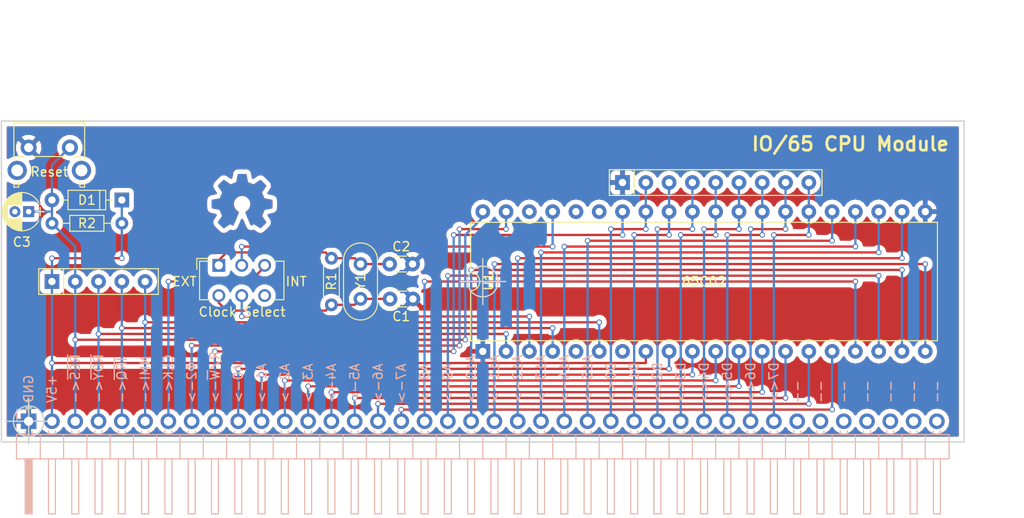
<source format=kicad_pcb>
(kicad_pcb (version 4) (host pcbnew 4.0.7)
  (layers (0 F.Cu signal) (31 B.Cu signal) (34 B.Paste user) (35 F.Paste user) (36 B.SilkS user) (37 F.SilkS user) (38 B.Mask user) (39 F.Mask user) (44 Edge.Cuts user))
  (net 0 "")
  (net 1 GND)
  (net 2 VCC)
  (net 3 R/W)
  (net 4 CLK)
  (net 5 RES)
  (net 6 RDY)
  (net 7 IRQ)
  (net 8 A0)
  (net 9 A1)
  (net 10 A2)
  (net 11 A3)
  (net 12 A4)
  (net 13 A5)
  (net 14 A6)
  (net 15 A7)
  (net 16 A8)
  (net 17 A9)
  (net 18 A10)
  (net 19 A11)
  (net 20 A12)
  (net 21 A13)
  (net 22 A14)
  (net 23 A15)
  (net 24 D0)
  (net 25 D1)
  (net 26 D2)
  (net 27 D3)
  (net 28 D4)
  (net 29 D5)
  (net 30 D6)
  (net 31 D7)
  (net 32 "Net-(C1-Pad2)")
  (net 33 "Net-(C2-Pad1)")
  (net 34 Φ2)
  (net 35 Φ0)
  (net 36 Φ1)
  (net 37 "Net-(SW1-Pad6)")
  (net 38 "Net-(U1-Pad5)")
  (net 39 "Net-(U1-Pad7)")
  (net 40 "Net-(U1-Pad35)")
  (net 41 "Net-(U1-Pad36)")
  (net 42 "Net-(U1-Pad38)")
  (net 43 NMI)
  (net 44 "Net-(J1-Pad34)")
  (net 45 "Net-(J1-Pad35)")
  (net 46 "Net-(J1-Pad36)")
  (net 47 "Net-(J1-Pad37)")
  (net 48 "Net-(J1-Pad38)")
  (net 49 "Net-(J1-Pad39)")
  (net 50 "Net-(J1-Pad40)")
  (module Buttons_Switches_THT:SW_CuK_JS202011CQN_DPDT_Straight (layer F.Cu) (at 131.21 100.735)
    (fp_text reference SW1 hide)
    (fp_text value "Clock Select" (at 2.54 5.08) (layer F.SilkS))
    (pad 1 thru_hole rect (at 0 0) (size 1.4 1.4) (drill 0.9) (layers *.Cu *.Mask) (net 33 "Net-(C2-Pad1)"))
    (pad 2 thru_hole circle (at 2.5 0) (size 1.4 1.4) (drill 0.9) (layers *.Cu *.Mask) (net 35 Φ0))
    (pad 3 thru_hole circle (at 5 0) (size 1.4 1.4) (drill 0.9) (layers *.Cu *.Mask) (net 4 CLK))
    (pad 4 thru_hole circle (at 0 3.3) (size 1.4 1.4) (drill 0.9) (layers *.Cu *.Mask) (net 32 "Net-(C1-Pad2)"))
    (pad 5 thru_hole circle (at 2.5 3.3) (size 1.4 1.4) (drill 0.9) (layers *.Cu *.Mask) (net 36 Φ1))
    (pad 6 thru_hole circle (at 5 3.3) (size 1.4 1.4) (drill 0.9) (layers *.Cu *.Mask) (net 37 "Net-(SW1-Pad6)"))
  )
  (module Symbols:OSHW-Symbol_6.7x6mm_Copper (layer B.Cu) (at 133.75 93.75 180)
    (fp_text reference REF*** hide)
    (fp_text value OSHW-Symbol_6.7x6mm_Copper hide)
    (fp_poly (pts (xy 0.555814 2.531069) (xy 0.639635 2.086445) (xy 0.94892 1.958947) (xy 1.258206 1.831449) (xy 1.629246 2.083754) (xy 1.733157 2.154004) (xy 1.827087 2.216728) (xy 1.906652 2.269062) (xy 1.96747 2.308143) (xy 2.005157 2.331107) (xy 2.015421 2.336058) (xy 2.03391 2.323324) (xy 2.07342 2.288118) (xy 2.129522 2.234938) (xy 2.197787 2.168282) (xy 2.273786 2.092646) (xy 2.353092 2.012528) (xy 2.431275 1.932426) (xy 2.503907 1.856836) (xy 2.566559 1.790255) (xy 2.614803 1.737182) (xy 2.64421 1.702113) (xy 2.651241 1.690377) (xy 2.641123 1.66874) (xy 2.612759 1.621338) (xy 2.569129 1.552807) (xy 2.513218 1.467785) (xy 2.448006 1.370907) (xy 2.410219 1.31565) (xy 2.341343 1.214752) (xy 2.28014 1.123701) (xy 2.229578 1.04703) (xy 2.192628 0.989272) (xy 2.172258 0.954957) (xy 2.169197 0.947746) (xy 2.176136 0.927252) (xy 2.195051 0.879487) (xy 2.223087 0.811168) (xy 2.257391 0.729011) (xy 2.295109 0.63973) (xy 2.333387 0.550042) (xy 2.36937 0.466662) (xy 2.400206 0.396306) (xy 2.423039 0.34569) (xy 2.435017 0.321529) (xy 2.435724 0.320578) (xy 2.454531 0.315964) (xy 2.504618 0.305672) (xy 2.580793 0.290713) (xy 2.677865 0.272099) (xy 2.790643 0.250841) (xy 2.856442 0.238582) (xy 2.97695 0.215638) (xy 3.085797 0.193805) (xy 3.177476 0.174278) (xy 3.246481 0.158252) (xy 3.287304 0.146921) (xy 3.295511 0.143326) (xy 3.303548 0.118994) (xy 3.310033 0.064041) (xy 3.31497 -0.015108) (xy 3.318364 -0.112026) (xy 3.320218 -0.220287) (xy 3.320538 -0.333465) (xy 3.319327 -0.445135) (xy 3.31659 -0.548868) (xy 3.312331 -0.638241) (xy 3.306555 -0.706826) (xy 3.299267 -0.748197) (xy 3.294895 -0.75681) (xy 3.268764 -0.767133) (xy 3.213393 -0.781892) (xy 3.136107 -0.799352) (xy 3.04423 -0.81778) (xy 3.012158 -0.823741) (xy 2.857524 -0.852066) (xy 2.735375 -0.874876) (xy 2.641673 -0.89308) (xy 2.572384 -0.907583) (xy 2.523471 -0.919292) (xy 2.490897 -0.929115) (xy 2.470628 -0.937956) (xy 2.458626 -0.946724) (xy 2.456947 -0.948457) (xy 2.440184 -0.976371) (xy 2.414614 -1.030695) (xy 2.382788 -1.104777) (xy 2.34726 -1.191965) (xy 2.310583 -1.285608) (xy 2.275311 -1.379052) (xy 2.243996 -1.465647) (xy 2.219193 -1.53874) (xy 2.203454 -1.591678) (xy 2.199332 -1.617811) (xy 2.199676 -1.618726) (xy 2.213641 -1.640086) (xy 2.245322 -1.687084) (xy 2.291391 -1.754827) (xy 2.348518 -1.838423) (xy 2.413373 -1.932982) (xy 2.431843 -1.959854) (xy 2.497699 -2.057275) (xy 2.55565 -2.146163) (xy 2.602538 -2.221412) (xy 2.635207 -2.27792) (xy 2.6505 -2.310581) (xy 2.651241 -2.314593) (xy 2.638392 -2.335684) (xy 2.602888 -2.377464) (xy 2.549293 -2.435445) (xy 2.482171 -2.505135) (xy 2.406087 -2.582045) (xy 2.325604 -2.661683) (xy 2.245287 -2.739561) (xy 2.169699 -2.811186) (xy 2.103405 -2.87207) (xy 2.050969 -2.917721) (xy 2.016955 -2.94365) (xy 2.007545 -2.947883) (xy 1.985643 -2.937912) (xy 1.9408 -2.91102) (xy 1.880321 -2.871736) (xy 1.833789 -2.840117) (xy 1.749475 -2.782098) (xy 1.649626 -2.713784) (xy 1.549473 -2.645579) (xy 1.495627 -2.609075) (xy 1.313371 -2.4858) (xy 1.160381 -2.56852) (xy 1.090682 -2.604759) (xy 1.031414 -2.632926) (xy 0.991311 -2.648991) (xy 0.981103 -2.651226) (xy 0.968829 -2.634722) (xy 0.944613 -2.588082) (xy 0.910263 -2.515609) (xy 0.867588 -2.421606) (xy 0.818394 -2.310374) (xy 0.76449 -2.186215) (xy 0.707684 -2.053432) (xy 0.649782 -1.916327) (xy 0.592593 -1.779202) (xy 0.537924 -1.646358) (xy 0.487584 -1.522098) (xy 0.44338 -1.410725) (xy 0.407119 -1.316539) (xy 0.380609 -1.243844) (xy 0.365658 -1.196941) (xy 0.363254 -1.180833) (xy 0.382311 -1.160286) (xy 0.424036 -1.126933) (xy 0.479706 -1.087702) (xy 0.484378 -1.084599) (xy 0.628264 -0.969423) (xy 0.744283 -0.835053) (xy 0.83143 -0.685784) (xy 0.888699 -0.525913) (xy 0.915086 -0.359737) (xy 0.909585 -0.191552) (xy 0.87119 -0.025655) (xy 0.798895 0.133658) (xy 0.777626 0.168513) (xy 0.666996 0.309263) (xy 0.536302 0.422286) (xy 0.390064 0.506997) (xy 0.232808 0.562806) (xy 0.069057 0.589126) (xy -0.096667 0.58537) (xy -0.259838 0.55095) (xy -0.415935 0.485277) (xy -0.560433 0.387765) (xy -0.605131 0.348187) (xy -0.718888 0.224297) (xy -0.801782 0.093876) (xy -0.858644 -0.052315) (xy -0.890313 -0.197088) (xy -0.898131 -0.35986) (xy -0.872062 -0.52344) (xy -0.814755 -0.682298) (xy -0.728856 -0.830906) (xy -0.617014 -0.963735) (xy -0.481877 -1.075256) (xy -0.464117 -1.087011) (xy -0.40785 -1.125508) (xy -0.365077 -1.158863) (xy -0.344628 -1.18016) (xy -0.344331 -1.180833) (xy -0.348721 -1.203871) (xy -0.366124 -1.256157) (xy -0.394732 -1.33339) (xy -0.432735 -1.431268) (xy -0.478326 -1.545491) (xy -0.529697 -1.671758) (xy -0.585038 -1.805767) (xy -0.642542 -1.943218) (xy -0.700399 -2.079808) (xy -0.756802 -2.211237) (xy -0.809942 -2.333205) (xy -0.85801 -2.441409) (xy -0.899199 -2.531549) (xy -0.931699 -2.599323) (xy -0.953703 -2.64043) (xy -0.962564 -2.651226) (xy -0.98964 -2.642819) (xy -1.040303 -2.620272) (xy -1.105817 -2.587613) (xy -1.141841 -2.56852) (xy -1.294832 -2.4858) (xy -1.477088 -2.609075) (xy -1.570125 -2.672228) (xy -1.671985 -2.741727) (xy -1.767438 -2.807165) (xy -1.81525 -2.840117) (xy -1.882495 -2.885273) (xy -1.939436 -2.921057) (xy -1.978646 -2.942938) (xy -1.991381 -2.947563) (xy -2.009917 -2.935085) (xy -2.050941 -2.900252) (xy -2.110475 -2.846678) (xy -2.184542 -2.777983) (xy -2.269165 -2.697781) (xy -2.322685 -2.646286) (xy -2.416319 -2.554286) (xy -2.497241 -2.471999) (xy -2.562177 -2.402945) (xy -2.607858 -2.350644) (xy -2.631011 -2.318616) (xy -2.633232 -2.312116) (xy -2.622924 -2.287394) (xy -2.594439 -2.237405) (xy -2.550937 -2.167212) (xy -2.495577 -2.081875) (xy -2.43152 -1.986456) (xy -2.413303 -1.959854) (xy -2.346927 -1.863167) (xy -2.287378 -1.776117) (xy -2.237984 -1.703595) (xy -2.202075 -1.650493) (xy -2.182981 -1.621703) (xy -2.181136 -1.618726) (xy -2.183895 -1.595782) (xy -2.198538 -1.545336) (xy -2.222513 -1.474041) (xy -2.253266 -1.388547) (xy -2.288244 -1.295507) (xy -2.324893 -1.201574) (xy -2.360661 -1.113399) (xy -2.392994 -1.037634) (xy -2.419338 -0.980931) (xy -2.437142 -0.949943) (xy -2.438407 -0.948457) (xy -2.449294 -0.939601) (xy -2.467682 -0.930843) (xy -2.497606 -0.921277) (xy -2.543103 -0.909996) (xy -2.608209 -0.896093) (xy -2.696961 -0.878663) (xy -2.813393 -0.856798) (xy -2.961542 -0.829591) (xy -2.993618 -0.823741) (xy -3.088686 -0.805374) (xy -3.171565 -0.787405) (xy -3.23493 -0.771569) (xy -3.271458 -0.7596) (xy -3.276356 -0.75681) (xy -3.284427 -0.732072) (xy -3.290987 -0.67679) (xy -3.296033 -0.597389) (xy -3.299559 -0.500296) (xy -3.301561 -0.391938) (xy -3.302036 -0.27874) (xy -3.300977 -0.167128) (xy -3.298382 -0.063529) (xy -3.294246 0.025632) (xy -3.288563 0.093928) (xy -3.281331 0.134934) (xy -3.276971 0.143326) (xy -3.252698 0.151792) (xy -3.197426 0.165565) (xy -3.116662 0.18345) (xy -3.015912 0.204252) (xy -2.900683 0.226777) (xy -2.837902 0.238582) (xy -2.718787 0.260849) (xy -2.612565 0.281021) (xy -2.524427 0.298085) (xy -2.459566 0.311031) (xy -2.423174 0.318845) (xy -2.417184 0.320578) (xy -2.407061 0.34011) (xy -2.385662 0.387157) (xy -2.355839 0.454997) (xy -2.320445 0.536909) (xy -2.282332 0.626172) (xy -2.244353 0.716065) (xy -2.20936 0.799865) (xy -2.180206 0.870853) (xy -2.159743 0.922306) (xy -2.150823 0.947503) (xy -2.150657 0.948604) (xy -2.160769 0.968481) (xy -2.189117 1.014223) (xy -2.232723 1.081283) (xy -2.288606 1.165116) (xy -2.353787 1.261174) (xy -2.391679 1.31635) (xy -2.460725 1.417519) (xy -2.52205 1.50937) (xy -2.572663 1.587256) (xy -2.609571 1.646531) (xy -2.629782 1.682549) (xy -2.632701 1.690623) (xy -2.620153 1.709416) (xy -2.585463 1.749543) (xy -2.533063 1.806507) (xy -2.467384 1.875815) (xy -2.392856 1.952969) (xy -2.313913 2.033475) (xy -2.234983 2.112837) (xy -2.1605 2.18656) (xy -2.094894 2.250148) (xy -2.042596 2.299106) (xy -2.008039 2.328939) (xy -1.996478 2.336058) (xy -1.977654 2.326047) (xy -1.932631 2.297922) (xy -1.865787 2.254546) (xy -1.781499 2.198782) (xy -1.684144 2.133494) (xy -1.610707 2.083754) (xy -1.239667 1.831449) (xy -0.621095 2.086445) (xy -0.537275 2.531069) (xy -0.453454 2.975693) (xy 0.471994 2.975693) (xy 0.555814 2.531069)) (layer B.Cu) (width 0.01))
  )
  (module Symbols:OSHW-Symbol_6.7x6mm_Copper (layer F.Cu) (at 133.75 93.75)
    (fp_text reference REF*** hide)
    (fp_text value OSHW-Symbol_6.7x6mm_Copper hide)
    (fp_poly (pts (xy 0.555814 -2.531069) (xy 0.639635 -2.086445) (xy 0.94892 -1.958947) (xy 1.258206 -1.831449) (xy 1.629246 -2.083754) (xy 1.733157 -2.154004) (xy 1.827087 -2.216728) (xy 1.906652 -2.269062) (xy 1.96747 -2.308143) (xy 2.005157 -2.331107) (xy 2.015421 -2.336058) (xy 2.03391 -2.323324) (xy 2.07342 -2.288118) (xy 2.129522 -2.234938) (xy 2.197787 -2.168282) (xy 2.273786 -2.092646) (xy 2.353092 -2.012528) (xy 2.431275 -1.932426) (xy 2.503907 -1.856836) (xy 2.566559 -1.790255) (xy 2.614803 -1.737182) (xy 2.64421 -1.702113) (xy 2.651241 -1.690377) (xy 2.641123 -1.66874) (xy 2.612759 -1.621338) (xy 2.569129 -1.552807) (xy 2.513218 -1.467785) (xy 2.448006 -1.370907) (xy 2.410219 -1.31565) (xy 2.341343 -1.214752) (xy 2.28014 -1.123701) (xy 2.229578 -1.04703) (xy 2.192628 -0.989272) (xy 2.172258 -0.954957) (xy 2.169197 -0.947746) (xy 2.176136 -0.927252) (xy 2.195051 -0.879487) (xy 2.223087 -0.811168) (xy 2.257391 -0.729011) (xy 2.295109 -0.63973) (xy 2.333387 -0.550042) (xy 2.36937 -0.466662) (xy 2.400206 -0.396306) (xy 2.423039 -0.34569) (xy 2.435017 -0.321529) (xy 2.435724 -0.320578) (xy 2.454531 -0.315964) (xy 2.504618 -0.305672) (xy 2.580793 -0.290713) (xy 2.677865 -0.272099) (xy 2.790643 -0.250841) (xy 2.856442 -0.238582) (xy 2.97695 -0.215638) (xy 3.085797 -0.193805) (xy 3.177476 -0.174278) (xy 3.246481 -0.158252) (xy 3.287304 -0.146921) (xy 3.295511 -0.143326) (xy 3.303548 -0.118994) (xy 3.310033 -0.064041) (xy 3.31497 0.015108) (xy 3.318364 0.112026) (xy 3.320218 0.220287) (xy 3.320538 0.333465) (xy 3.319327 0.445135) (xy 3.31659 0.548868) (xy 3.312331 0.638241) (xy 3.306555 0.706826) (xy 3.299267 0.748197) (xy 3.294895 0.75681) (xy 3.268764 0.767133) (xy 3.213393 0.781892) (xy 3.136107 0.799352) (xy 3.04423 0.81778) (xy 3.012158 0.823741) (xy 2.857524 0.852066) (xy 2.735375 0.874876) (xy 2.641673 0.89308) (xy 2.572384 0.907583) (xy 2.523471 0.919292) (xy 2.490897 0.929115) (xy 2.470628 0.937956) (xy 2.458626 0.946724) (xy 2.456947 0.948457) (xy 2.440184 0.976371) (xy 2.414614 1.030695) (xy 2.382788 1.104777) (xy 2.34726 1.191965) (xy 2.310583 1.285608) (xy 2.275311 1.379052) (xy 2.243996 1.465647) (xy 2.219193 1.53874) (xy 2.203454 1.591678) (xy 2.199332 1.617811) (xy 2.199676 1.618726) (xy 2.213641 1.640086) (xy 2.245322 1.687084) (xy 2.291391 1.754827) (xy 2.348518 1.838423) (xy 2.413373 1.932982) (xy 2.431843 1.959854) (xy 2.497699 2.057275) (xy 2.55565 2.146163) (xy 2.602538 2.221412) (xy 2.635207 2.27792) (xy 2.6505 2.310581) (xy 2.651241 2.314593) (xy 2.638392 2.335684) (xy 2.602888 2.377464) (xy 2.549293 2.435445) (xy 2.482171 2.505135) (xy 2.406087 2.582045) (xy 2.325604 2.661683) (xy 2.245287 2.739561) (xy 2.169699 2.811186) (xy 2.103405 2.87207) (xy 2.050969 2.917721) (xy 2.016955 2.94365) (xy 2.007545 2.947883) (xy 1.985643 2.937912) (xy 1.9408 2.91102) (xy 1.880321 2.871736) (xy 1.833789 2.840117) (xy 1.749475 2.782098) (xy 1.649626 2.713784) (xy 1.549473 2.645579) (xy 1.495627 2.609075) (xy 1.313371 2.4858) (xy 1.160381 2.56852) (xy 1.090682 2.604759) (xy 1.031414 2.632926) (xy 0.991311 2.648991) (xy 0.981103 2.651226) (xy 0.968829 2.634722) (xy 0.944613 2.588082) (xy 0.910263 2.515609) (xy 0.867588 2.421606) (xy 0.818394 2.310374) (xy 0.76449 2.186215) (xy 0.707684 2.053432) (xy 0.649782 1.916327) (xy 0.592593 1.779202) (xy 0.537924 1.646358) (xy 0.487584 1.522098) (xy 0.44338 1.410725) (xy 0.407119 1.316539) (xy 0.380609 1.243844) (xy 0.365658 1.196941) (xy 0.363254 1.180833) (xy 0.382311 1.160286) (xy 0.424036 1.126933) (xy 0.479706 1.087702) (xy 0.484378 1.084599) (xy 0.628264 0.969423) (xy 0.744283 0.835053) (xy 0.83143 0.685784) (xy 0.888699 0.525913) (xy 0.915086 0.359737) (xy 0.909585 0.191552) (xy 0.87119 0.025655) (xy 0.798895 -0.133658) (xy 0.777626 -0.168513) (xy 0.666996 -0.309263) (xy 0.536302 -0.422286) (xy 0.390064 -0.506997) (xy 0.232808 -0.562806) (xy 0.069057 -0.589126) (xy -0.096667 -0.58537) (xy -0.259838 -0.55095) (xy -0.415935 -0.485277) (xy -0.560433 -0.387765) (xy -0.605131 -0.348187) (xy -0.718888 -0.224297) (xy -0.801782 -0.093876) (xy -0.858644 0.052315) (xy -0.890313 0.197088) (xy -0.898131 0.35986) (xy -0.872062 0.52344) (xy -0.814755 0.682298) (xy -0.728856 0.830906) (xy -0.617014 0.963735) (xy -0.481877 1.075256) (xy -0.464117 1.087011) (xy -0.40785 1.125508) (xy -0.365077 1.158863) (xy -0.344628 1.18016) (xy -0.344331 1.180833) (xy -0.348721 1.203871) (xy -0.366124 1.256157) (xy -0.394732 1.33339) (xy -0.432735 1.431268) (xy -0.478326 1.545491) (xy -0.529697 1.671758) (xy -0.585038 1.805767) (xy -0.642542 1.943218) (xy -0.700399 2.079808) (xy -0.756802 2.211237) (xy -0.809942 2.333205) (xy -0.85801 2.441409) (xy -0.899199 2.531549) (xy -0.931699 2.599323) (xy -0.953703 2.64043) (xy -0.962564 2.651226) (xy -0.98964 2.642819) (xy -1.040303 2.620272) (xy -1.105817 2.587613) (xy -1.141841 2.56852) (xy -1.294832 2.4858) (xy -1.477088 2.609075) (xy -1.570125 2.672228) (xy -1.671985 2.741727) (xy -1.767438 2.807165) (xy -1.81525 2.840117) (xy -1.882495 2.885273) (xy -1.939436 2.921057) (xy -1.978646 2.942938) (xy -1.991381 2.947563) (xy -2.009917 2.935085) (xy -2.050941 2.900252) (xy -2.110475 2.846678) (xy -2.184542 2.777983) (xy -2.269165 2.697781) (xy -2.322685 2.646286) (xy -2.416319 2.554286) (xy -2.497241 2.471999) (xy -2.562177 2.402945) (xy -2.607858 2.350644) (xy -2.631011 2.318616) (xy -2.633232 2.312116) (xy -2.622924 2.287394) (xy -2.594439 2.237405) (xy -2.550937 2.167212) (xy -2.495577 2.081875) (xy -2.43152 1.986456) (xy -2.413303 1.959854) (xy -2.346927 1.863167) (xy -2.287378 1.776117) (xy -2.237984 1.703595) (xy -2.202075 1.650493) (xy -2.182981 1.621703) (xy -2.181136 1.618726) (xy -2.183895 1.595782) (xy -2.198538 1.545336) (xy -2.222513 1.474041) (xy -2.253266 1.388547) (xy -2.288244 1.295507) (xy -2.324893 1.201574) (xy -2.360661 1.113399) (xy -2.392994 1.037634) (xy -2.419338 0.980931) (xy -2.437142 0.949943) (xy -2.438407 0.948457) (xy -2.449294 0.939601) (xy -2.467682 0.930843) (xy -2.497606 0.921277) (xy -2.543103 0.909996) (xy -2.608209 0.896093) (xy -2.696961 0.878663) (xy -2.813393 0.856798) (xy -2.961542 0.829591) (xy -2.993618 0.823741) (xy -3.088686 0.805374) (xy -3.171565 0.787405) (xy -3.23493 0.771569) (xy -3.271458 0.7596) (xy -3.276356 0.75681) (xy -3.284427 0.732072) (xy -3.290987 0.67679) (xy -3.296033 0.597389) (xy -3.299559 0.500296) (xy -3.301561 0.391938) (xy -3.302036 0.27874) (xy -3.300977 0.167128) (xy -3.298382 0.063529) (xy -3.294246 -0.025632) (xy -3.288563 -0.093928) (xy -3.281331 -0.134934) (xy -3.276971 -0.143326) (xy -3.252698 -0.151792) (xy -3.197426 -0.165565) (xy -3.116662 -0.18345) (xy -3.015912 -0.204252) (xy -2.900683 -0.226777) (xy -2.837902 -0.238582) (xy -2.718787 -0.260849) (xy -2.612565 -0.281021) (xy -2.524427 -0.298085) (xy -2.459566 -0.311031) (xy -2.423174 -0.318845) (xy -2.417184 -0.320578) (xy -2.407061 -0.34011) (xy -2.385662 -0.387157) (xy -2.355839 -0.454997) (xy -2.320445 -0.536909) (xy -2.282332 -0.626172) (xy -2.244353 -0.716065) (xy -2.20936 -0.799865) (xy -2.180206 -0.870853) (xy -2.159743 -0.922306) (xy -2.150823 -0.947503) (xy -2.150657 -0.948604) (xy -2.160769 -0.968481) (xy -2.189117 -1.014223) (xy -2.232723 -1.081283) (xy -2.288606 -1.165116) (xy -2.353787 -1.261174) (xy -2.391679 -1.31635) (xy -2.460725 -1.417519) (xy -2.52205 -1.50937) (xy -2.572663 -1.587256) (xy -2.609571 -1.646531) (xy -2.629782 -1.682549) (xy -2.632701 -1.690623) (xy -2.620153 -1.709416) (xy -2.585463 -1.749543) (xy -2.533063 -1.806507) (xy -2.467384 -1.875815) (xy -2.392856 -1.952969) (xy -2.313913 -2.033475) (xy -2.234983 -2.112837) (xy -2.1605 -2.18656) (xy -2.094894 -2.250148) (xy -2.042596 -2.299106) (xy -2.008039 -2.328939) (xy -1.996478 -2.336058) (xy -1.977654 -2.326047) (xy -1.932631 -2.297922) (xy -1.865787 -2.254546) (xy -1.781499 -2.198782) (xy -1.684144 -2.133494) (xy -1.610707 -2.083754) (xy -1.239667 -1.831449) (xy -0.621095 -2.086445) (xy -0.537275 -2.531069) (xy -0.453454 -2.975693) (xy 0.471994 -2.975693) (xy 0.555814 -2.531069)) (layer F.Cu) (width 0.01))
  )
  (module Pin_Headers:Pin_Header_Angled_1x40_Pitch2.54mm (layer B.Cu) (at 110.47 117.74 270)
    (fp_text reference J1 hide)
    (fp_text value Header hide)
    (pad 1 thru_hole rect (at 0 0 270) (size 1.7 1.7) (drill 1) (layers *.Cu *.Mask) (net 1 GND))
    (pad 2 thru_hole oval (at 0 -2.54 270) (size 1.7 1.7) (drill 1) (layers *.Cu *.Mask) (net 2 VCC))
    (pad 3 thru_hole oval (at 0 -5.08 270) (size 1.7 1.7) (drill 1) (layers *.Cu *.Mask) (net 5 RES))
    (pad 4 thru_hole oval (at 0 -7.62 270) (size 1.7 1.7) (drill 1) (layers *.Cu *.Mask) (net 6 RDY))
    (pad 5 thru_hole oval (at 0 -10.16 270) (size 1.7 1.7) (drill 1) (layers *.Cu *.Mask) (net 7 IRQ))
    (pad 6 thru_hole oval (at 0 -12.7 270) (size 1.7 1.7) (drill 1) (layers *.Cu *.Mask) (net 43 NMI))
    (pad 7 thru_hole oval (at 0 -15.24 270) (size 1.7 1.7) (drill 1) (layers *.Cu *.Mask) (net 4 CLK))
    (pad 8 thru_hole oval (at 0 -17.78 270) (size 1.7 1.7) (drill 1) (layers *.Cu *.Mask) (net 34 Φ2))
    (pad 9 thru_hole oval (at 0 -20.32 270) (size 1.7 1.7) (drill 1) (layers *.Cu *.Mask) (net 3 R/W))
    (pad 10 thru_hole oval (at 0 -22.86 270) (size 1.7 1.7) (drill 1) (layers *.Cu *.Mask) (net 8 A0))
    (pad 11 thru_hole oval (at 0 -25.4 270) (size 1.7 1.7) (drill 1) (layers *.Cu *.Mask) (net 9 A1))
    (pad 12 thru_hole oval (at 0 -27.94 270) (size 1.7 1.7) (drill 1) (layers *.Cu *.Mask) (net 10 A2))
    (pad 13 thru_hole oval (at 0 -30.48 270) (size 1.7 1.7) (drill 1) (layers *.Cu *.Mask) (net 11 A3))
    (pad 14 thru_hole oval (at 0 -33.02 270) (size 1.7 1.7) (drill 1) (layers *.Cu *.Mask) (net 12 A4))
    (pad 15 thru_hole oval (at 0 -35.56 270) (size 1.7 1.7) (drill 1) (layers *.Cu *.Mask) (net 13 A5))
    (pad 16 thru_hole oval (at 0 -38.1 270) (size 1.7 1.7) (drill 1) (layers *.Cu *.Mask) (net 14 A6))
    (pad 17 thru_hole oval (at 0 -40.64 270) (size 1.7 1.7) (drill 1) (layers *.Cu *.Mask) (net 15 A7))
    (pad 18 thru_hole oval (at 0 -43.18 270) (size 1.7 1.7) (drill 1) (layers *.Cu *.Mask) (net 16 A8))
    (pad 19 thru_hole oval (at 0 -45.72 270) (size 1.7 1.7) (drill 1) (layers *.Cu *.Mask) (net 17 A9))
    (pad 20 thru_hole oval (at 0 -48.26 270) (size 1.7 1.7) (drill 1) (layers *.Cu *.Mask) (net 18 A10))
    (pad 21 thru_hole oval (at 0 -50.8 270) (size 1.7 1.7) (drill 1) (layers *.Cu *.Mask) (net 19 A11))
    (pad 22 thru_hole oval (at 0 -53.34 270) (size 1.7 1.7) (drill 1) (layers *.Cu *.Mask) (net 20 A12))
    (pad 23 thru_hole oval (at 0 -55.88 270) (size 1.7 1.7) (drill 1) (layers *.Cu *.Mask) (net 21 A13))
    (pad 24 thru_hole oval (at 0 -58.42 270) (size 1.7 1.7) (drill 1) (layers *.Cu *.Mask) (net 22 A14))
    (pad 25 thru_hole oval (at 0 -60.96 270) (size 1.7 1.7) (drill 1) (layers *.Cu *.Mask) (net 23 A15))
    (pad 26 thru_hole oval (at 0 -63.5 270) (size 1.7 1.7) (drill 1) (layers *.Cu *.Mask) (net 24 D0))
    (pad 27 thru_hole oval (at 0 -66.04 270) (size 1.7 1.7) (drill 1) (layers *.Cu *.Mask) (net 25 D1))
    (pad 28 thru_hole oval (at 0 -68.58 270) (size 1.7 1.7) (drill 1) (layers *.Cu *.Mask) (net 26 D2))
    (pad 29 thru_hole oval (at 0 -71.12 270) (size 1.7 1.7) (drill 1) (layers *.Cu *.Mask) (net 27 D3))
    (pad 30 thru_hole oval (at 0 -73.66 270) (size 1.7 1.7) (drill 1) (layers *.Cu *.Mask) (net 28 D4))
    (pad 31 thru_hole oval (at 0 -76.2 270) (size 1.7 1.7) (drill 1) (layers *.Cu *.Mask) (net 29 D5))
    (pad 32 thru_hole oval (at 0 -78.74 270) (size 1.7 1.7) (drill 1) (layers *.Cu *.Mask) (net 30 D6))
    (pad 33 thru_hole oval (at 0 -81.28 270) (size 1.7 1.7) (drill 1) (layers *.Cu *.Mask) (net 31 D7))
    (pad 34 thru_hole oval (at 0 -83.82 270) (size 1.7 1.7) (drill 1) (layers *.Cu *.Mask) (net 44 "Net-(J1-Pad34)"))
    (pad 35 thru_hole oval (at 0 -86.36 270) (size 1.7 1.7) (drill 1) (layers *.Cu *.Mask) (net 45 "Net-(J1-Pad35)"))
    (pad 36 thru_hole oval (at 0 -88.9 270) (size 1.7 1.7) (drill 1) (layers *.Cu *.Mask) (net 46 "Net-(J1-Pad36)"))
    (pad 37 thru_hole oval (at 0 -91.44 270) (size 1.7 1.7) (drill 1) (layers *.Cu *.Mask) (net 47 "Net-(J1-Pad37)"))
    (pad 38 thru_hole oval (at 0 -93.98 270) (size 1.7 1.7) (drill 1) (layers *.Cu *.Mask) (net 48 "Net-(J1-Pad38)"))
    (pad 39 thru_hole oval (at 0 -96.52 270) (size 1.7 1.7) (drill 1) (layers *.Cu *.Mask) (net 49 "Net-(J1-Pad39)"))
    (pad 40 thru_hole oval (at 0 -99.06 270) (size 1.7 1.7) (drill 1) (layers *.Cu *.Mask) (net 50 "Net-(J1-Pad40)"))
  )
  (module Resistors_THT:R_Array_SIP5 (layer F.Cu) (at 113.01 102.5)
    (fp_text reference RN1 hide)
    (fp_text value 4k7 hide)
    (pad 1 thru_hole rect (at 0 0) (size 1.6 1.6) (drill 0.8) (layers *.Cu *.Mask) (net 2 VCC))
    (pad 2 thru_hole oval (at 2.54 0) (size 1.6 1.6) (drill 0.8) (layers *.Cu *.Mask) (net 5 RES))
    (pad 3 thru_hole oval (at 5.08 0) (size 1.6 1.6) (drill 0.8) (layers *.Cu *.Mask) (net 6 RDY))
    (pad 4 thru_hole oval (at 7.62 0) (size 1.6 1.6) (drill 0.8) (layers *.Cu *.Mask) (net 7 IRQ))
    (pad 5 thru_hole oval (at 10.16 0) (size 1.6 1.6) (drill 0.8) (layers *.Cu *.Mask) (net 43 NMI))
  )
  (module Resistors_THT:R_Array_SIP9 (layer F.Cu) (at 175.24 91.705)
    (fp_text reference RN2 hide)
    (fp_text value 4k7 hide)
    (pad 1 thru_hole rect (at 0 0) (size 1.6 1.6) (drill 0.8) (layers *.Cu *.Mask) (net 1 GND))
    (pad 2 thru_hole oval (at 2.54 0) (size 1.6 1.6) (drill 0.8) (layers *.Cu *.Mask) (net 24 D0))
    (pad 3 thru_hole oval (at 5.08 0) (size 1.6 1.6) (drill 0.8) (layers *.Cu *.Mask) (net 25 D1))
    (pad 4 thru_hole oval (at 7.62 0) (size 1.6 1.6) (drill 0.8) (layers *.Cu *.Mask) (net 26 D2))
    (pad 5 thru_hole oval (at 10.16 0) (size 1.6 1.6) (drill 0.8) (layers *.Cu *.Mask) (net 27 D3))
    (pad 6 thru_hole oval (at 12.7 0) (size 1.6 1.6) (drill 0.8) (layers *.Cu *.Mask) (net 28 D4))
    (pad 7 thru_hole oval (at 15.24 0) (size 1.6 1.6) (drill 0.8) (layers *.Cu *.Mask) (net 29 D5))
    (pad 8 thru_hole oval (at 17.78 0) (size 1.6 1.6) (drill 0.8) (layers *.Cu *.Mask) (net 30 D6))
    (pad 9 thru_hole oval (at 20.32 0) (size 1.6 1.6) (drill 0.8) (layers *.Cu *.Mask) (net 31 D7))
  )
  (module Buttons_Switches_THT:SW_Tactile_SPST_Angled_PTS645Vx39-2LFS (layer F.Cu) (at 110.47 87.895)
    (fp_text reference SW2 hide)
    (fp_text value Reset (at 2.26 2.645) (layer F.SilkS))
    (pad "" thru_hole circle (at 5.76 2.49) (size 2.1 2.1) (drill 1.3) (layers *.Cu *.Mask))
    (pad 2 thru_hole circle (at 4.5 0) (size 1.75 1.75) (drill 0.99) (layers *.Cu *.Mask) (net 5 RES))
    (pad 1 thru_hole circle (at 0 0) (size 1.75 1.75) (drill 0.99) (layers *.Cu *.Mask) (net 1 GND))
    (pad "" thru_hole circle (at -1.25 2.49) (size 2.1 2.1) (drill 1.3) (layers *.Cu *.Mask))
  )
  (module Housings_DIP:DIP-40_W15.24mm (layer F.Cu) (at 160 110.12 90)
    (fp_text reference U1 (at 7.62 0.635 90) (layer F.SilkS))
    (fp_text value 65C02 (at 7.62 24.13 180) (layer F.SilkS))
    (pad 1 thru_hole rect (at 0 0 90) (size 1.6 1.6) (drill 0.8) (layers *.Cu *.Mask) (net 1 GND))
    (pad 21 thru_hole oval (at 15.24 48.26 90) (size 1.6 1.6) (drill 0.8) (layers *.Cu *.Mask) (net 1 GND))
    (pad 2 thru_hole oval (at 0 2.54 90) (size 1.6 1.6) (drill 0.8) (layers *.Cu *.Mask) (net 6 RDY))
    (pad 22 thru_hole oval (at 15.24 45.72 90) (size 1.6 1.6) (drill 0.8) (layers *.Cu *.Mask) (net 20 A12))
    (pad 3 thru_hole oval (at 0 5.08 90) (size 1.6 1.6) (drill 0.8) (layers *.Cu *.Mask) (net 36 Φ1))
    (pad 23 thru_hole oval (at 15.24 43.18 90) (size 1.6 1.6) (drill 0.8) (layers *.Cu *.Mask) (net 21 A13))
    (pad 4 thru_hole oval (at 0 7.62 90) (size 1.6 1.6) (drill 0.8) (layers *.Cu *.Mask) (net 7 IRQ))
    (pad 24 thru_hole oval (at 15.24 40.64 90) (size 1.6 1.6) (drill 0.8) (layers *.Cu *.Mask) (net 22 A14))
    (pad 5 thru_hole oval (at 0 10.16 90) (size 1.6 1.6) (drill 0.8) (layers *.Cu *.Mask) (net 38 "Net-(U1-Pad5)"))
    (pad 25 thru_hole oval (at 15.24 38.1 90) (size 1.6 1.6) (drill 0.8) (layers *.Cu *.Mask) (net 23 A15))
    (pad 6 thru_hole oval (at 0 12.7 90) (size 1.6 1.6) (drill 0.8) (layers *.Cu *.Mask) (net 43 NMI))
    (pad 26 thru_hole oval (at 15.24 35.56 90) (size 1.6 1.6) (drill 0.8) (layers *.Cu *.Mask) (net 31 D7))
    (pad 7 thru_hole oval (at 0 15.24 90) (size 1.6 1.6) (drill 0.8) (layers *.Cu *.Mask) (net 39 "Net-(U1-Pad7)"))
    (pad 27 thru_hole oval (at 15.24 33.02 90) (size 1.6 1.6) (drill 0.8) (layers *.Cu *.Mask) (net 30 D6))
    (pad 8 thru_hole oval (at 0 17.78 90) (size 1.6 1.6) (drill 0.8) (layers *.Cu *.Mask) (net 2 VCC))
    (pad 28 thru_hole oval (at 15.24 30.48 90) (size 1.6 1.6) (drill 0.8) (layers *.Cu *.Mask) (net 29 D5))
    (pad 9 thru_hole oval (at 0 20.32 90) (size 1.6 1.6) (drill 0.8) (layers *.Cu *.Mask) (net 8 A0))
    (pad 29 thru_hole oval (at 15.24 27.94 90) (size 1.6 1.6) (drill 0.8) (layers *.Cu *.Mask) (net 28 D4))
    (pad 10 thru_hole oval (at 0 22.86 90) (size 1.6 1.6) (drill 0.8) (layers *.Cu *.Mask) (net 9 A1))
    (pad 30 thru_hole oval (at 15.24 25.4 90) (size 1.6 1.6) (drill 0.8) (layers *.Cu *.Mask) (net 27 D3))
    (pad 11 thru_hole oval (at 0 25.4 90) (size 1.6 1.6) (drill 0.8) (layers *.Cu *.Mask) (net 10 A2))
    (pad 31 thru_hole oval (at 15.24 22.86 90) (size 1.6 1.6) (drill 0.8) (layers *.Cu *.Mask) (net 26 D2))
    (pad 12 thru_hole oval (at 0 27.94 90) (size 1.6 1.6) (drill 0.8) (layers *.Cu *.Mask) (net 11 A3))
    (pad 32 thru_hole oval (at 15.24 20.32 90) (size 1.6 1.6) (drill 0.8) (layers *.Cu *.Mask) (net 25 D1))
    (pad 13 thru_hole oval (at 0 30.48 90) (size 1.6 1.6) (drill 0.8) (layers *.Cu *.Mask) (net 12 A4))
    (pad 33 thru_hole oval (at 15.24 17.78 90) (size 1.6 1.6) (drill 0.8) (layers *.Cu *.Mask) (net 24 D0))
    (pad 14 thru_hole oval (at 0 33.02 90) (size 1.6 1.6) (drill 0.8) (layers *.Cu *.Mask) (net 13 A5))
    (pad 34 thru_hole oval (at 15.24 15.24 90) (size 1.6 1.6) (drill 0.8) (layers *.Cu *.Mask) (net 3 R/W))
    (pad 15 thru_hole oval (at 0 35.56 90) (size 1.6 1.6) (drill 0.8) (layers *.Cu *.Mask) (net 14 A6))
    (pad 35 thru_hole oval (at 15.24 12.7 90) (size 1.6 1.6) (drill 0.8) (layers *.Cu *.Mask) (net 40 "Net-(U1-Pad35)"))
    (pad 16 thru_hole oval (at 0 38.1 90) (size 1.6 1.6) (drill 0.8) (layers *.Cu *.Mask) (net 15 A7))
    (pad 36 thru_hole oval (at 15.24 10.16 90) (size 1.6 1.6) (drill 0.8) (layers *.Cu *.Mask) (net 41 "Net-(U1-Pad36)"))
    (pad 17 thru_hole oval (at 0 40.64 90) (size 1.6 1.6) (drill 0.8) (layers *.Cu *.Mask) (net 16 A8))
    (pad 37 thru_hole oval (at 15.24 7.62 90) (size 1.6 1.6) (drill 0.8) (layers *.Cu *.Mask) (net 35 Φ0))
    (pad 18 thru_hole oval (at 0 43.18 90) (size 1.6 1.6) (drill 0.8) (layers *.Cu *.Mask) (net 17 A9))
    (pad 38 thru_hole oval (at 15.24 5.08 90) (size 1.6 1.6) (drill 0.8) (layers *.Cu *.Mask) (net 42 "Net-(U1-Pad38)"))
    (pad 19 thru_hole oval (at 0 45.72 90) (size 1.6 1.6) (drill 0.8) (layers *.Cu *.Mask) (net 18 A10))
    (pad 39 thru_hole oval (at 15.24 2.54 90) (size 1.6 1.6) (drill 0.8) (layers *.Cu *.Mask) (net 34 Φ2))
    (pad 20 thru_hole oval (at 0 48.26 90) (size 1.6 1.6) (drill 0.8) (layers *.Cu *.Mask) (net 19 A11))
    (pad 40 thru_hole oval (at 15.24 0 90) (size 1.6 1.6) (drill 0.8) (layers *.Cu *.Mask) (net 5 RES))
  )
  (module Crystals:Crystal_HC52-6mm_Vertical (layer F.Cu) (at 146.665 100.595 270)
    (fp_text reference Y1 (at 1.905 0 270) (layer F.SilkS))
    (fp_text value 1MHz hide)
    (pad 1 thru_hole circle (at 0 0 270) (size 1.5 1.5) (drill 0.8) (layers *.Cu *.Mask) (net 33 "Net-(C2-Pad1)"))
    (pad 2 thru_hole circle (at 3.8 0 270) (size 1.5 1.5) (drill 0.8) (layers *.Cu *.Mask) (net 32 "Net-(C1-Pad2)"))
  )
  (module Capacitors_THT:C_Disc_D3.0mm_W1.6mm_P2.50mm (layer F.Cu) (at 152.38 104.405 180)
    (fp_text reference C1 (at 1.27 -1.905 180) (layer F.SilkS))
    (fp_text value 47pF)
    (pad 1 thru_hole circle (at 0 0 180) (size 1.6 1.6) (drill 0.8) (layers *.Cu *.Mask) (net 1 GND))
    (pad 2 thru_hole circle (at 2.5 0 180) (size 1.6 1.6) (drill 0.8) (layers *.Cu *.Mask) (net 32 "Net-(C1-Pad2)"))
  )
  (module Capacitors_THT:C_Disc_D3.0mm_W1.6mm_P2.50mm (layer F.Cu) (at 149.84 100.595)
    (fp_text reference C2 (at 1.27 -1.905) (layer F.SilkS))
    (fp_text value 47pF)
    (pad 1 thru_hole circle (at 0 0) (size 1.6 1.6) (drill 0.8) (layers *.Cu *.Mask) (net 33 "Net-(C2-Pad1)"))
    (pad 2 thru_hole circle (at 2.5 0) (size 1.6 1.6) (drill 0.8) (layers *.Cu *.Mask) (net 1 GND))
  )
  (module Capacitors_THT:CP_Radial_D4.0mm_P1.50mm (layer F.Cu) (at 110.47 94.88 180)
    (fp_text reference C3 (at 0.75 -3.31 180) (layer F.SilkS))
    (fp_text value 10μF)
    (pad 1 thru_hole rect (at 0 0 180) (size 1.2 1.2) (drill 0.6) (layers *.Cu *.Mask) (net 5 RES))
    (pad 2 thru_hole circle (at 1.5 0 180) (size 1.2 1.2) (drill 0.6) (layers *.Cu *.Mask) (net 1 GND))
  )
  (module Diodes_THT:D_DO-35_SOD27_P7.62mm_Horizontal (layer F.Cu) (at 120.63 93.61 180)
    (fp_text reference D1 (at 3.81 0 180) (layer F.SilkS))
    (fp_text value 1N4148)
    (pad 1 thru_hole rect (at 0 0 180) (size 1.6 1.6) (drill 0.8) (layers *.Cu *.Mask) (net 2 VCC))
    (pad 2 thru_hole oval (at 7.62 0 180) (size 1.6 1.6) (drill 0.8) (layers *.Cu *.Mask) (net 5 RES))
  )
  (module Resistors_THT:R_Axial_DIN0204_L3.6mm_D1.6mm_P5.08mm_Horizontal (layer F.Cu) (at 143.49 105.04 90)
    (fp_text reference R1 (at 2.54 0 90) (layer F.SilkS))
    (fp_text value 100k)
    (pad 1 thru_hole circle (at 0 0 90) (size 1.4 1.4) (drill 0.7) (layers *.Cu *.Mask) (net 32 "Net-(C1-Pad2)"))
    (pad 2 thru_hole oval (at 5.08 0 90) (size 1.4 1.4) (drill 0.7) (layers *.Cu *.Mask) (net 33 "Net-(C2-Pad1)"))
  )
  (module Resistors_THT:R_Axial_DIN0204_L3.6mm_D1.6mm_P7.62mm_Horizontal (layer F.Cu) (at 120.63 96.15 180)
    (fp_text reference R2 (at 3.81 0 180) (layer F.SilkS))
    (fp_text value 4k7)
    (pad 1 thru_hole circle (at 0 0 180) (size 1.4 1.4) (drill 0.7) (layers *.Cu *.Mask) (net 2 VCC))
    (pad 2 thru_hole oval (at 7.62 0 180) (size 1.4 1.4) (drill 0.7) (layers *.Cu *.Mask) (net 5 RES))
  )
  (gr_text A14-> (at 168.89 115.835 90) (layer B.SilkS) (effects (font (size 1 1)) (justify right mirror)))
  (gr_line (start 107.5 120) (end 107.5 85) (angle 90) (layer Edge.Cuts) (width 0.15))
  (gr_line (start 212.5 120) (end 107.5 120) (angle 90) (layer Edge.Cuts) (width 0.15))
  (gr_line (start 212.5 85) (end 212.5 120) (angle 90) (layer Edge.Cuts) (width 0.15))
  (gr_line (start 107.5 85) (end 212.5 85) (angle 90) (layer Edge.Cuts) (width 0.15))
  (gr_text INT (at 138.41 102.5) (layer F.SilkS) (effects (font (size 1 1)) (justify left)))
  (gr_text EXT (at 128.885 102.5) (layer F.SilkS) (effects (font (size 1 1)) (justify right)))
  (target plus (at 160 102.5) (size 5) (width 0.15) (layer Edge.Cuts))
  (target plus (at 110.47 117.74) (size 5) (width 0.15) (layer Edge.Cuts))
  (gr_text 1 (at 110.47 115.835) (layer F.SilkS) (effects (font (size 1 1))))
  (gr_text -- (at 209.53 115.835 90) (layer B.SilkS) (effects (font (size 1 1)) (justify right mirror)))
  (gr_text -- (at 206.99 115.835 90) (layer B.SilkS) (effects (font (size 1 1)) (justify right mirror)))
  (gr_text -- (at 204.45 115.835 90) (layer B.SilkS) (effects (font (size 1 1)) (justify right mirror)))
  (gr_text -- (at 201.91 115.835 90) (layer B.SilkS) (effects (font (size 1 1)) (justify right mirror)))
  (gr_text -- (at 199.37 115.835 90) (layer B.SilkS) (effects (font (size 1 1)) (justify right mirror)))
  (gr_text -- (at 194.29 115.835 90) (layer B.SilkS) (effects (font (size 1 1)) (justify right mirror)))
  (gr_text -- (at 196.83 115.835 90) (layer B.SilkS) (effects (font (size 1 1)) (justify right mirror)))
  (gr_text "IO/65 CPU Module" (at 211 87.5) (layer F.SilkS) (effects (font (size 1.5 1.5) (thickness 0.3)) (justify right)))
  (gr_text R/~W~-> (at 130.79 115.835 90) (layer B.SilkS) (effects (font (size 1 1)) (justify right mirror)))
  (gr_text ~IRQ~<- (at 120.63 115.835 90) (layer B.SilkS) (effects (font (size 1 1)) (justify right mirror)))
  (gr_text ~RDY~<- (at 118.09 115.835 90) (layer B.SilkS) (effects (font (size 1 1)) (justify right mirror)))
  (gr_text ~RES~<- (at 115.55 115.835 90) (layer B.SilkS) (effects (font (size 1 1)) (justify right mirror)))
  (gr_text NMI<- (at 123.17 115.835 90) (layer B.SilkS) (effects (font (size 1 1)) (justify right mirror)))
  (gr_text CLK<- (at 125.71 115.835 90) (layer B.SilkS) (effects (font (size 1 1)) (justify right mirror)))
  (gr_text Φ2-> (at 128.25 115.835 90) (layer B.SilkS) (effects (font (size 1 1)) (justify right mirror)))
  (gr_text +5V (at 113.01 115.835 90) (layer B.SilkS) (effects (font (size 1 1)) (justify right mirror)))
  (gr_text GND (at 110.47 115.835 90) (layer B.SilkS) (effects (font (size 1 1)) (justify right mirror)))
  (gr_text A0-> (at 133.33 115.835 90) (layer B.SilkS) (effects (font (size 1 1)) (justify right mirror)))
  (gr_text A1-> (at 135.87 115.835 90) (layer B.SilkS) (effects (font (size 1 1)) (justify right mirror)))
  (gr_text A2-> (at 138.41 115.835 90) (layer B.SilkS) (effects (font (size 1 1)) (justify right mirror)))
  (gr_text A3-> (at 140.95 115.835 90) (layer B.SilkS) (effects (font (size 1 1)) (justify right mirror)))
  (gr_text A4-> (at 143.49 115.835 90) (layer B.SilkS) (effects (font (size 1 1)) (justify right mirror)))
  (gr_text A5-> (at 146.03 115.835 90) (layer B.SilkS) (effects (font (size 1 1)) (justify right mirror)))
  (gr_text A6-> (at 148.57 115.835 90) (layer B.SilkS) (effects (font (size 1 1)) (justify right mirror)))
  (gr_text A7-> (at 151.11 115.835 90) (layer B.SilkS) (effects (font (size 1 1)) (justify right mirror)))
  (gr_text A8-> (at 153.65 115.835 90) (layer B.SilkS) (effects (font (size 1 1)) (justify right mirror)))
  (gr_text A9-> (at 156.19 115.835 90) (layer B.SilkS) (effects (font (size 1 1)) (justify right mirror)))
  (gr_text A10-> (at 158.73 115.835 90) (layer B.SilkS) (effects (font (size 1 1)) (justify right mirror)))
  (gr_text A11-> (at 161.27 115.835 90) (layer B.SilkS) (effects (font (size 1 1)) (justify right mirror)))
  (gr_text A12-> (at 163.81 115.835 90) (layer B.SilkS) (effects (font (size 1 1)) (justify right mirror)))
  (gr_text A13-> (at 166.35 115.835 90) (layer B.SilkS) (effects (font (size 1 1)) (justify right mirror)))
  (gr_text A15-> (at 171.43 115.835 90) (layer B.SilkS) (effects (font (size 1 1)) (justify right mirror)))
  (gr_text D0<> (at 173.97 115.835 90) (layer B.SilkS) (effects (font (size 1 1)) (justify right mirror)))
  (gr_text D1<> (at 176.51 115.835 90) (layer B.SilkS) (effects (font (size 1 1)) (justify right mirror)))
  (gr_text D2<> (at 179.05 115.835 90) (layer B.SilkS) (effects (font (size 1 1)) (justify right mirror)))
  (gr_text D3<> (at 181.59 115.835 90) (layer B.SilkS) (effects (font (size 1 1)) (justify right mirror)))
  (gr_text D4<> (at 184.13 115.835 90) (layer B.SilkS) (effects (font (size 1 1)) (justify right mirror)))
  (gr_text D5<> (at 186.67 115.835 90) (layer B.SilkS) (effects (font (size 1 1)) (justify right mirror)))
  (gr_text D6<> (at 189.21 115.835 90) (layer B.SilkS) (effects (font (size 1 1)) (justify right mirror)))
  (gr_text D7<> (at 191.75 115.835 90) (layer B.SilkS) (effects (font (size 1 1)) (justify right mirror)))
  (segment (start 177.78 110.12) (end 177.78 111.39) (width 0.25) (layer F.Cu) (net 2))
  (via (at 113.01 111.39) (size 0.6) (drill 0.4) (layers F.Cu B.Cu) (net 2))
  (segment (start 177.78 111.39) (end 113.01 111.39) (width 0.25) (layer F.Cu) (net 2))
  (segment (start 120.63 93.61) (end 120.63 96.15) (width 0.25) (layer B.Cu) (net 2))
  (segment (start 113.01 102.5) (end 113.01 99.96) (width 0.25) (layer B.Cu) (net 2))
  (segment (start 120.63 99.96) (end 120.63 96.15) (width 0.25) (layer B.Cu) (net 2))
  (via (at 120.63 99.96) (size 0.6) (drill 0.4) (layers F.Cu B.Cu) (net 2))
  (segment (start 113.01 99.96) (end 120.63 99.96) (width 0.25) (layer F.Cu) (net 2))
  (via (at 113.01 99.96) (size 0.6) (drill 0.4) (layers F.Cu B.Cu) (net 2))
  (segment (start 113.01 117.74) (end 113.01 112.025) (width 0.25) (layer B.Cu) (net 2))
  (segment (start 113.01 112.025) (end 113.01 111.39) (width 0.25) (layer B.Cu) (net 2))
  (segment (start 113.01 111.39) (end 113.01 102.5) (width 0.25) (layer B.Cu) (net 2))
  (segment (start 175.24 94.88) (end 175.24 96.15) (width 0.25) (layer B.Cu) (net 3))
  (via (at 130.79 110.12) (size 0.6) (drill 0.4) (layers F.Cu B.Cu) (net 3))
  (segment (start 130.79 110.12) (end 156.825 110.12) (width 0.25) (layer F.Cu) (net 3))
  (via (at 156.825 110.12) (size 0.6) (drill 0.4) (layers F.Cu B.Cu) (net 3))
  (segment (start 156.825 110.12) (end 156.825 97.42) (width 0.25) (layer B.Cu) (net 3))
  (via (at 156.825 97.42) (size 0.6) (drill 0.4) (layers F.Cu B.Cu) (net 3))
  (segment (start 156.825 97.42) (end 175.24 97.42) (width 0.25) (layer F.Cu) (net 3))
  (via (at 175.24 97.42) (size 0.6) (drill 0.4) (layers F.Cu B.Cu) (net 3))
  (segment (start 175.24 97.42) (end 175.24 96.15) (width 0.25) (layer B.Cu) (net 3))
  (segment (start 130.79 110.12) (end 130.79 117.74) (width 0.25) (layer B.Cu) (net 3))
  (segment (start 125.71 117.74) (end 125.71 102.5) (width 0.25) (layer B.Cu) (net 4))
  (segment (start 134.6 102.5) (end 136.21 100.89) (width 0.25) (layer F.Cu) (net 4))
  (segment (start 125.71 102.5) (end 134.6 102.5) (width 0.25) (layer F.Cu) (net 4))
  (via (at 125.71 102.5) (size 0.6) (drill 0.4) (layers F.Cu B.Cu) (net 4))
  (segment (start 136.21 100.89) (end 136.21 100.735) (width 0.25) (layer F.Cu) (net 4))
  (segment (start 115.55 102.5) (end 115.55 98.69) (width 0.25) (layer B.Cu) (net 5))
  (segment (start 115.55 98.69) (end 113.01 96.15) (width 0.25) (layer B.Cu) (net 5))
  (segment (start 110.47 94.88) (end 113.01 94.88) (width 0.25) (layer B.Cu) (net 5))
  (segment (start 114.97 87.895) (end 114.915 87.895) (width 0.25) (layer B.Cu) (net 5))
  (segment (start 114.915 87.895) (end 113.01 89.8) (width 0.25) (layer B.Cu) (net 5))
  (segment (start 113.01 89.8) (end 113.01 94.88) (width 0.25) (layer B.Cu) (net 5))
  (segment (start 113.01 94.88) (end 113.01 96.15) (width 0.25) (layer B.Cu) (net 5))
  (segment (start 160 94.88) (end 160 95.515) (width 0.25) (layer B.Cu) (net 5))
  (segment (start 160 95.515) (end 158.095 97.42) (width 0.25) (layer B.Cu) (net 5))
  (segment (start 158.095 97.42) (end 158.095 108.85) (width 0.25) (layer B.Cu) (net 5))
  (via (at 158.095 108.85) (size 0.6) (drill 0.4) (layers F.Cu B.Cu) (net 5))
  (segment (start 158.095 108.85) (end 115.55 108.85) (width 0.25) (layer F.Cu) (net 5))
  (via (at 115.55 108.85) (size 0.6) (drill 0.4) (layers F.Cu B.Cu) (net 5))
  (segment (start 115.55 117.74) (end 115.55 108.85) (width 0.25) (layer B.Cu) (net 5))
  (segment (start 115.55 108.85) (end 115.55 102.5) (width 0.25) (layer B.Cu) (net 5))
  (segment (start 162.54 110.12) (end 162.54 108.215) (width 0.25) (layer B.Cu) (net 6))
  (via (at 118.09 108.215) (size 0.6) (drill 0.4) (layers F.Cu B.Cu) (net 6))
  (segment (start 162.54 108.215) (end 118.09 108.215) (width 0.25) (layer F.Cu) (net 6))
  (via (at 162.54 108.215) (size 0.6) (drill 0.4) (layers F.Cu B.Cu) (net 6))
  (segment (start 118.09 117.74) (end 118.09 108.215) (width 0.25) (layer B.Cu) (net 6))
  (segment (start 118.09 108.215) (end 118.09 102.5) (width 0.25) (layer B.Cu) (net 6))
  (segment (start 167.62 110.12) (end 167.62 107.58) (width 0.25) (layer B.Cu) (net 7))
  (via (at 120.63 107.58) (size 0.6) (drill 0.4) (layers F.Cu B.Cu) (net 7))
  (segment (start 167.62 107.58) (end 120.63 107.58) (width 0.25) (layer F.Cu) (net 7))
  (via (at 167.62 107.58) (size 0.6) (drill 0.4) (layers F.Cu B.Cu) (net 7))
  (segment (start 120.63 117.74) (end 120.63 107.58) (width 0.25) (layer B.Cu) (net 7))
  (segment (start 120.63 107.58) (end 120.63 102.5) (width 0.25) (layer B.Cu) (net 7))
  (segment (start 180.32 110.12) (end 180.32 112.025) (width 0.25) (layer B.Cu) (net 8))
  (segment (start 133.33 112.025) (end 133.33 117.74) (width 0.25) (layer B.Cu) (net 8))
  (via (at 133.33 112.025) (size 0.6) (drill 0.4) (layers F.Cu B.Cu) (net 8))
  (segment (start 180.32 112.025) (end 133.33 112.025) (width 0.25) (layer F.Cu) (net 8))
  (via (at 180.32 112.025) (size 0.6) (drill 0.4) (layers F.Cu B.Cu) (net 8))
  (segment (start 135.87 117.74) (end 135.87 112.66) (width 0.25) (layer B.Cu) (net 9))
  (segment (start 182.86 112.66) (end 182.86 110.12) (width 0.25) (layer B.Cu) (net 9))
  (via (at 182.86 112.66) (size 0.6) (drill 0.4) (layers F.Cu B.Cu) (net 9))
  (segment (start 135.87 112.66) (end 182.86 112.66) (width 0.25) (layer F.Cu) (net 9))
  (via (at 135.87 112.66) (size 0.6) (drill 0.4) (layers F.Cu B.Cu) (net 9))
  (segment (start 138.41 117.74) (end 138.41 113.295) (width 0.25) (layer B.Cu) (net 10))
  (segment (start 185.4 113.295) (end 185.4 110.12) (width 0.25) (layer B.Cu) (net 10))
  (via (at 185.4 113.295) (size 0.6) (drill 0.4) (layers F.Cu B.Cu) (net 10))
  (segment (start 138.41 113.295) (end 185.4 113.295) (width 0.25) (layer F.Cu) (net 10))
  (via (at 138.41 113.295) (size 0.6) (drill 0.4) (layers F.Cu B.Cu) (net 10))
  (segment (start 140.95 117.74) (end 140.95 113.93) (width 0.25) (layer B.Cu) (net 11))
  (segment (start 187.94 113.93) (end 187.94 110.12) (width 0.25) (layer B.Cu) (net 11))
  (via (at 187.94 113.93) (size 0.6) (drill 0.4) (layers F.Cu B.Cu) (net 11))
  (segment (start 140.95 113.93) (end 187.94 113.93) (width 0.25) (layer F.Cu) (net 11))
  (via (at 140.95 113.93) (size 0.6) (drill 0.4) (layers F.Cu B.Cu) (net 11))
  (segment (start 143.49 117.74) (end 143.49 114.565) (width 0.25) (layer B.Cu) (net 12))
  (segment (start 190.48 114.565) (end 190.48 110.12) (width 0.25) (layer B.Cu) (net 12))
  (via (at 190.48 114.565) (size 0.6) (drill 0.4) (layers F.Cu B.Cu) (net 12))
  (segment (start 143.49 114.565) (end 190.48 114.565) (width 0.25) (layer F.Cu) (net 12))
  (via (at 143.49 114.565) (size 0.6) (drill 0.4) (layers F.Cu B.Cu) (net 12))
  (segment (start 146.03 117.74) (end 146.03 115.2) (width 0.25) (layer B.Cu) (net 13))
  (segment (start 193.02 115.2) (end 193.02 110.12) (width 0.25) (layer B.Cu) (net 13))
  (via (at 193.02 115.2) (size 0.6) (drill 0.4) (layers F.Cu B.Cu) (net 13))
  (segment (start 146.03 115.2) (end 193.02 115.2) (width 0.25) (layer F.Cu) (net 13))
  (via (at 146.03 115.2) (size 0.6) (drill 0.4) (layers F.Cu B.Cu) (net 13))
  (segment (start 148.57 117.74) (end 148.57 115.835) (width 0.25) (layer B.Cu) (net 14))
  (segment (start 195.56 115.835) (end 195.56 110.12) (width 0.25) (layer B.Cu) (net 14))
  (via (at 195.56 115.835) (size 0.6) (drill 0.4) (layers F.Cu B.Cu) (net 14))
  (segment (start 148.57 115.835) (end 195.56 115.835) (width 0.25) (layer F.Cu) (net 14))
  (via (at 148.57 115.835) (size 0.6) (drill 0.4) (layers F.Cu B.Cu) (net 14))
  (segment (start 151.11 117.74) (end 151.11 116.47) (width 0.25) (layer B.Cu) (net 15))
  (segment (start 198.1 116.47) (end 198.1 110.12) (width 0.25) (layer B.Cu) (net 15))
  (via (at 198.1 116.47) (size 0.6) (drill 0.4) (layers F.Cu B.Cu) (net 15))
  (segment (start 151.11 116.47) (end 198.1 116.47) (width 0.25) (layer F.Cu) (net 15))
  (via (at 151.11 116.47) (size 0.6) (drill 0.4) (layers F.Cu B.Cu) (net 15))
  (segment (start 153.65 117.74) (end 153.65 102.5) (width 0.25) (layer B.Cu) (net 16))
  (segment (start 200.64 102.5) (end 200.64 110.12) (width 0.25) (layer B.Cu) (net 16))
  (via (at 200.64 102.5) (size 0.6) (drill 0.4) (layers F.Cu B.Cu) (net 16))
  (segment (start 153.65 102.5) (end 200.64 102.5) (width 0.25) (layer F.Cu) (net 16))
  (via (at 153.65 102.5) (size 0.6) (drill 0.4) (layers F.Cu B.Cu) (net 16))
  (segment (start 156.19 117.74) (end 156.19 101.865) (width 0.25) (layer B.Cu) (net 17))
  (segment (start 203.18 101.865) (end 203.18 110.12) (width 0.25) (layer B.Cu) (net 17))
  (via (at 203.18 101.865) (size 0.6) (drill 0.4) (layers F.Cu B.Cu) (net 17))
  (segment (start 156.19 101.865) (end 203.18 101.865) (width 0.25) (layer F.Cu) (net 17))
  (via (at 156.19 101.865) (size 0.6) (drill 0.4) (layers F.Cu B.Cu) (net 17))
  (segment (start 158.73 117.74) (end 158.73 101.23) (width 0.25) (layer B.Cu) (net 18))
  (segment (start 205.72 101.23) (end 205.72 110.12) (width 0.25) (layer B.Cu) (net 18))
  (via (at 205.72 101.23) (size 0.6) (drill 0.4) (layers F.Cu B.Cu) (net 18))
  (segment (start 158.73 101.23) (end 205.72 101.23) (width 0.25) (layer F.Cu) (net 18))
  (via (at 158.73 101.23) (size 0.6) (drill 0.4) (layers F.Cu B.Cu) (net 18))
  (segment (start 161.27 117.74) (end 161.27 100.595) (width 0.25) (layer B.Cu) (net 19))
  (segment (start 208.26 100.595) (end 208.26 110.12) (width 0.25) (layer B.Cu) (net 19))
  (via (at 208.26 100.595) (size 0.6) (drill 0.4) (layers F.Cu B.Cu) (net 19))
  (segment (start 161.27 100.595) (end 208.26 100.595) (width 0.25) (layer F.Cu) (net 19))
  (via (at 161.27 100.595) (size 0.6) (drill 0.4) (layers F.Cu B.Cu) (net 19))
  (segment (start 163.81 117.74) (end 163.81 99.96) (width 0.25) (layer B.Cu) (net 20))
  (segment (start 205.72 99.96) (end 205.72 94.88) (width 0.25) (layer B.Cu) (net 20))
  (via (at 205.72 99.96) (size 0.6) (drill 0.4) (layers F.Cu B.Cu) (net 20))
  (segment (start 163.81 99.96) (end 205.72 99.96) (width 0.25) (layer F.Cu) (net 20))
  (via (at 163.81 99.96) (size 0.6) (drill 0.4) (layers F.Cu B.Cu) (net 20))
  (segment (start 166.35 117.74) (end 166.35 99.325) (width 0.25) (layer B.Cu) (net 21))
  (segment (start 203.18 99.325) (end 203.18 94.88) (width 0.25) (layer B.Cu) (net 21))
  (via (at 203.18 99.325) (size 0.6) (drill 0.4) (layers F.Cu B.Cu) (net 21))
  (segment (start 166.35 99.325) (end 203.18 99.325) (width 0.25) (layer F.Cu) (net 21))
  (via (at 166.35 99.325) (size 0.6) (drill 0.4) (layers F.Cu B.Cu) (net 21))
  (segment (start 168.89 117.74) (end 168.89 98.69) (width 0.25) (layer B.Cu) (net 22))
  (segment (start 200.64 98.69) (end 200.64 94.88) (width 0.25) (layer B.Cu) (net 22))
  (via (at 200.64 98.69) (size 0.6) (drill 0.4) (layers F.Cu B.Cu) (net 22))
  (segment (start 168.89 98.69) (end 200.64 98.69) (width 0.25) (layer F.Cu) (net 22))
  (via (at 168.89 98.69) (size 0.6) (drill 0.4) (layers F.Cu B.Cu) (net 22))
  (segment (start 171.43 117.74) (end 171.43 98.055) (width 0.25) (layer B.Cu) (net 23))
  (segment (start 198.1 98.055) (end 198.1 94.88) (width 0.25) (layer B.Cu) (net 23))
  (via (at 198.1 98.055) (size 0.6) (drill 0.4) (layers F.Cu B.Cu) (net 23))
  (segment (start 171.43 98.055) (end 198.1 98.055) (width 0.25) (layer F.Cu) (net 23))
  (via (at 171.43 98.055) (size 0.6) (drill 0.4) (layers F.Cu B.Cu) (net 23))
  (segment (start 173.97 117.74) (end 173.97 96.785) (width 0.25) (layer B.Cu) (net 24))
  (segment (start 177.78 96.785) (end 177.78 94.88) (width 0.25) (layer B.Cu) (net 24))
  (via (at 177.78 96.785) (size 0.6) (drill 0.4) (layers F.Cu B.Cu) (net 24))
  (segment (start 173.97 96.785) (end 177.78 96.785) (width 0.25) (layer F.Cu) (net 24))
  (via (at 173.97 96.785) (size 0.6) (drill 0.4) (layers F.Cu B.Cu) (net 24))
  (segment (start 177.78 91.705) (end 177.78 94.88) (width 0.25) (layer B.Cu) (net 24))
  (segment (start 176.51 117.74) (end 176.51 97.42) (width 0.25) (layer B.Cu) (net 25))
  (segment (start 180.32 97.42) (end 180.32 94.88) (width 0.25) (layer B.Cu) (net 25))
  (via (at 180.32 97.42) (size 0.6) (drill 0.4) (layers F.Cu B.Cu) (net 25))
  (segment (start 176.51 97.42) (end 180.32 97.42) (width 0.25) (layer F.Cu) (net 25))
  (via (at 176.51 97.42) (size 0.6) (drill 0.4) (layers F.Cu B.Cu) (net 25))
  (segment (start 180.32 91.705) (end 180.32 94.88) (width 0.25) (layer B.Cu) (net 25))
  (segment (start 179.05 117.74) (end 179.05 96.785) (width 0.25) (layer B.Cu) (net 26))
  (segment (start 182.86 96.785) (end 182.86 94.88) (width 0.25) (layer B.Cu) (net 26))
  (via (at 182.86 96.785) (size 0.6) (drill 0.4) (layers F.Cu B.Cu) (net 26))
  (segment (start 179.05 96.785) (end 182.86 96.785) (width 0.25) (layer F.Cu) (net 26))
  (via (at 179.05 96.785) (size 0.6) (drill 0.4) (layers F.Cu B.Cu) (net 26))
  (segment (start 182.86 91.705) (end 182.86 94.88) (width 0.25) (layer B.Cu) (net 26))
  (segment (start 181.59 117.74) (end 181.59 97.42) (width 0.25) (layer B.Cu) (net 27))
  (segment (start 185.4 97.42) (end 185.4 94.88) (width 0.25) (layer B.Cu) (net 27))
  (via (at 185.4 97.42) (size 0.6) (drill 0.4) (layers F.Cu B.Cu) (net 27))
  (segment (start 181.59 97.42) (end 185.4 97.42) (width 0.25) (layer F.Cu) (net 27))
  (via (at 181.59 97.42) (size 0.6) (drill 0.4) (layers F.Cu B.Cu) (net 27))
  (segment (start 185.4 91.705) (end 185.4 94.88) (width 0.25) (layer B.Cu) (net 27))
  (segment (start 184.13 117.74) (end 184.13 96.785) (width 0.25) (layer B.Cu) (net 28))
  (segment (start 187.94 96.785) (end 187.94 94.88) (width 0.25) (layer B.Cu) (net 28))
  (via (at 187.94 96.785) (size 0.6) (drill 0.4) (layers F.Cu B.Cu) (net 28))
  (segment (start 184.13 96.785) (end 187.94 96.785) (width 0.25) (layer F.Cu) (net 28))
  (via (at 184.13 96.785) (size 0.6) (drill 0.4) (layers F.Cu B.Cu) (net 28))
  (segment (start 187.94 91.705) (end 187.94 94.88) (width 0.25) (layer B.Cu) (net 28))
  (segment (start 186.67 117.74) (end 186.67 97.42) (width 0.25) (layer B.Cu) (net 29))
  (segment (start 190.48 97.42) (end 190.48 94.88) (width 0.25) (layer B.Cu) (net 29))
  (via (at 190.48 97.42) (size 0.6) (drill 0.4) (layers F.Cu B.Cu) (net 29))
  (segment (start 186.67 97.42) (end 190.48 97.42) (width 0.25) (layer F.Cu) (net 29))
  (via (at 186.67 97.42) (size 0.6) (drill 0.4) (layers F.Cu B.Cu) (net 29))
  (segment (start 190.48 91.705) (end 190.48 94.88) (width 0.25) (layer B.Cu) (net 29))
  (segment (start 189.21 117.74) (end 189.21 96.785) (width 0.25) (layer B.Cu) (net 30))
  (segment (start 193.02 96.785) (end 193.02 94.88) (width 0.25) (layer B.Cu) (net 30))
  (via (at 193.02 96.785) (size 0.6) (drill 0.4) (layers F.Cu B.Cu) (net 30))
  (segment (start 189.21 96.785) (end 193.02 96.785) (width 0.25) (layer F.Cu) (net 30))
  (via (at 189.21 96.785) (size 0.6) (drill 0.4) (layers F.Cu B.Cu) (net 30))
  (segment (start 193.02 91.705) (end 193.02 94.88) (width 0.25) (layer B.Cu) (net 30))
  (segment (start 191.75 117.74) (end 191.75 97.42) (width 0.25) (layer B.Cu) (net 31))
  (segment (start 195.56 97.42) (end 195.56 94.88) (width 0.25) (layer B.Cu) (net 31))
  (via (at 195.56 97.42) (size 0.6) (drill 0.4) (layers F.Cu B.Cu) (net 31))
  (segment (start 191.75 97.42) (end 195.56 97.42) (width 0.25) (layer F.Cu) (net 31))
  (via (at 191.75 97.42) (size 0.6) (drill 0.4) (layers F.Cu B.Cu) (net 31))
  (segment (start 195.56 91.705) (end 195.56 94.88) (width 0.25) (layer B.Cu) (net 31))
  (segment (start 146.665 104.395) (end 149.87 104.395) (width 0.25) (layer F.Cu) (net 32))
  (segment (start 149.87 104.395) (end 149.88 104.405) (width 0.25) (layer F.Cu) (net 32))
  (segment (start 143.49 105.04) (end 146.02 105.04) (width 0.25) (layer F.Cu) (net 32))
  (segment (start 146.02 105.04) (end 146.665 104.395) (width 0.25) (layer F.Cu) (net 32))
  (segment (start 131.21 104.035) (end 131.21 104.825) (width 0.25) (layer F.Cu) (net 32))
  (segment (start 142.855 105.675) (end 143.49 105.04) (width 0.25) (layer F.Cu) (net 32))
  (segment (start 132.06 105.675) (end 142.855 105.675) (width 0.25) (layer F.Cu) (net 32))
  (segment (start 131.21 104.825) (end 132.06 105.675) (width 0.25) (layer F.Cu) (net 32))
  (segment (start 146.665 100.595) (end 149.84 100.595) (width 0.25) (layer F.Cu) (net 33))
  (segment (start 143.49 99.96) (end 146.03 99.96) (width 0.25) (layer F.Cu) (net 33))
  (segment (start 146.03 99.96) (end 146.665 100.595) (width 0.25) (layer F.Cu) (net 33))
  (segment (start 131.21 100.735) (end 131.21 100.175) (width 0.25) (layer F.Cu) (net 33))
  (segment (start 131.21 100.175) (end 132.06 99.325) (width 0.25) (layer F.Cu) (net 33))
  (segment (start 132.06 99.325) (end 142.855 99.325) (width 0.25) (layer F.Cu) (net 33))
  (segment (start 142.855 99.325) (end 143.49 99.96) (width 0.25) (layer F.Cu) (net 33))
  (segment (start 162.54 94.88) (end 162.54 96.785) (width 0.25) (layer B.Cu) (net 34))
  (segment (start 128.25 109.485) (end 128.25 117.74) (width 0.25) (layer B.Cu) (net 34))
  (via (at 128.25 109.485) (size 0.6) (drill 0.4) (layers F.Cu B.Cu) (net 34))
  (segment (start 157.46 109.485) (end 128.25 109.485) (width 0.25) (layer F.Cu) (net 34))
  (via (at 157.46 109.485) (size 0.6) (drill 0.4) (layers F.Cu B.Cu) (net 34))
  (segment (start 157.46 96.785) (end 157.46 109.485) (width 0.25) (layer B.Cu) (net 34))
  (via (at 157.46 96.785) (size 0.6) (drill 0.4) (layers F.Cu B.Cu) (net 34))
  (segment (start 162.54 96.785) (end 157.46 96.785) (width 0.25) (layer F.Cu) (net 34))
  (via (at 162.54 96.785) (size 0.6) (drill 0.4) (layers F.Cu B.Cu) (net 34))
  (segment (start 133.71 100.735) (end 133.71 98.691) (width 0.25) (layer B.Cu) (net 35))
  (via (at 167.62 98.69) (size 0.6) (drill 0.4) (layers F.Cu B.Cu) (net 35))
  (segment (start 167.62 98.69) (end 133.965 98.69) (width 0.25) (layer F.Cu) (net 35))
  (segment (start 167.62 98.69) (end 167.62 94.88) (width 0.25) (layer B.Cu) (net 35))
  (segment (start 134.0285 98.69) (end 133.965 98.69) (width 0.25) (layer F.Cu) (net 35))
  (segment (start 133.711 98.69) (end 134.0285 98.69) (width 0.25) (layer F.Cu) (net 35))
  (via (at 133.711 98.69) (size 0.6) (drill 0.4) (layers F.Cu B.Cu) (net 35))
  (segment (start 133.71 98.691) (end 133.711 98.69) (width 0.25) (layer B.Cu) (net 35))
  (segment (start 133.965 106.31) (end 133.711 106.31) (width 0.25) (layer F.Cu) (net 36))
  (via (at 165.08 106.31) (size 0.6) (drill 0.4) (layers F.Cu B.Cu) (net 36))
  (segment (start 165.08 106.31) (end 133.965 106.31) (width 0.25) (layer F.Cu) (net 36))
  (segment (start 165.08 110.12) (end 165.08 106.31) (width 0.25) (layer B.Cu) (net 36))
  (segment (start 133.711 106.31) (end 133.71 106.31) (width 0.25) (layer B.Cu) (net 36))
  (via (at 133.711 106.31) (size 0.6) (drill 0.4) (layers F.Cu B.Cu) (net 36))
  (segment (start 133.71 104.035) (end 133.71 106.31) (width 0.25) (layer B.Cu) (net 36))
  (segment (start 172.7 110.12) (end 172.7 106.945) (width 0.25) (layer B.Cu) (net 43))
  (via (at 123.17 106.945) (size 0.6) (drill 0.4) (layers F.Cu B.Cu) (net 43))
  (segment (start 172.7 106.945) (end 123.17 106.945) (width 0.25) (layer F.Cu) (net 43))
  (via (at 172.7 106.945) (size 0.6) (drill 0.4) (layers F.Cu B.Cu) (net 43))
  (segment (start 123.17 117.74) (end 123.17 106.945) (width 0.25) (layer B.Cu) (net 43))
  (segment (start 123.17 106.945) (end 123.17 102.5) (width 0.25) (layer B.Cu) (net 43))
  (zone (net 1) (net_name GND) (layer F.Cu) (connect_pads (clearance 0.508)) (min_thickness 0.254) (fill yes (arc_segments 16) (thermal_gap 0.508) (thermal_bridge_width 0.508))
    (polygon (pts (xy 212.5 120) (xy 107.5 120) (xy 107.5 85) (xy 212.5 85)))
  )
  (zone (net 1) (net_name GND) (layer B.Cu) (connect_pads (clearance 0.508)) (min_thickness 0.254) (fill yes (arc_segments 16) (thermal_gap 0.508) (thermal_bridge_width 0.508))
    (polygon (pts (xy 212.5 120) (xy 107.5 120) (xy 107.5 85) (xy 212.5 85)))
  )
)
</source>
